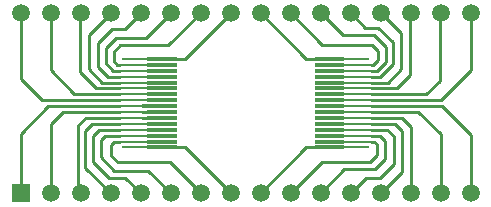
<source format=gbr>
G04 DipTrace 4.1.3.1*
G04 1 - Top.gbr*
%MOIN*%
G04 #@! TF.FileFunction,Copper,L1,Top*
G04 #@! TF.Part,Single*
G04 #@! TA.AperFunction,Conductor*
%ADD15C,0.007874*%
%ADD16C,0.011811*%
%ADD17C,0.011024*%
%ADD19R,0.062992X0.007874*%
G04 #@! TA.AperFunction,ComponentPad*
%ADD20R,0.059055X0.059055*%
%ADD21C,0.059055*%
%ADD22R,0.062992X0.011811*%
%FSLAX26Y26*%
G04*
G70*
G90*
G75*
G01*
G04 Top*
%LPD*%
X1627559Y620079D2*
D15*
X1544886D1*
D16*
X1505512D1*
X1544886D2*
D17*
X1448031D1*
X1295669Y467717D1*
X1627559Y639764D2*
D15*
X1544878D1*
D16*
X1505512D1*
X1627559D2*
D15*
X1664567D1*
D17*
X1675197D1*
X1683465Y631496D1*
Y594488D1*
X1659843Y570866D1*
X1498819D1*
X1395669Y467717D1*
X1627559Y659449D2*
D15*
X1544878D1*
D16*
X1505512D1*
X1627559D2*
D15*
X1664567D1*
D17*
X1694882D1*
X1711811Y642520D1*
Y582677D1*
X1676378Y547244D1*
X1575197D1*
X1495669Y467717D1*
X1627559Y679134D2*
D15*
X1544878D1*
D16*
X1505512D1*
X1627559D2*
D15*
X1664567D1*
D17*
X1717717D1*
X1740157Y656693D1*
Y566142D1*
X1692913Y518898D1*
X1646850D1*
X1595669Y467717D1*
X1627559Y698819D2*
D15*
X1544878D1*
D16*
X1505512D1*
X1627559D2*
D15*
X1664567D1*
D17*
X1742913D1*
X1766142Y675591D1*
Y538189D1*
X1695669Y467717D1*
X1627559Y718504D2*
D15*
X1544878D1*
D16*
X1505512D1*
X1627559D2*
D15*
X1664567D1*
D17*
X1766535D1*
X1795669Y689370D1*
Y467717D1*
X1627559Y738189D2*
D15*
X1544878D1*
D16*
X1505512D1*
X1627559D2*
D15*
X1664567D1*
D17*
X1820866D1*
X1895669Y663386D1*
Y467717D1*
X1627559Y757874D2*
D15*
X1544878D1*
D16*
X1505512D1*
X1627559D2*
D15*
X1664567D1*
D17*
X1898819D1*
X1995669Y661024D1*
Y467717D1*
X1627559Y777559D2*
D15*
X1544878D1*
D16*
X1505512D1*
X1627559D2*
D15*
X1664567D1*
D17*
X1898031D1*
X1998425Y877953D1*
Y1064961D1*
X1995669Y1067717D1*
X1627559Y797244D2*
D15*
X1544878D1*
D16*
X1505512D1*
X1627559D2*
D15*
X1664567D1*
D17*
X1848425D1*
X1894488Y843307D1*
Y1068898D1*
X1895669Y1067717D1*
X1627559Y816929D2*
D15*
X1544878D1*
D16*
X1505512D1*
X1627559D2*
D15*
X1664567D1*
D17*
X1749213D1*
X1795276Y862992D1*
Y1067323D1*
X1795669Y1067717D1*
X1627559Y836614D2*
D15*
X1544878D1*
D16*
X1505512D1*
X1627559D2*
D15*
X1664567D1*
D17*
X1719291D1*
X1762992Y880315D1*
Y1000394D1*
X1695669Y1067717D1*
X1627559Y856299D2*
D15*
X1544878D1*
D16*
X1505512D1*
X1627559D2*
D15*
X1664567D1*
D17*
X1694094D1*
X1736220Y898425D1*
Y970866D1*
X1687402Y1019685D1*
X1643701D1*
X1595669Y1067717D1*
X1627559Y875984D2*
D15*
X1544878D1*
D16*
X1505512D1*
X1627559D2*
D15*
X1664567D1*
D17*
X1682283D1*
X1712598Y906299D1*
Y953543D1*
X1672441Y993701D1*
X1569685D1*
X1495669Y1067717D1*
X1627559Y895669D2*
D15*
X1544878D1*
D16*
X1505512D1*
X1627559D2*
D15*
X1664567D1*
D17*
X1670472D1*
X1687402Y912598D1*
Y941732D1*
X1667717Y961417D1*
X1501969D1*
X1395669Y1067717D1*
X1627559Y915354D2*
D15*
X1544878D1*
D16*
X1505512D1*
D17*
X1448031D1*
X1295669Y1067717D1*
X863780Y620079D2*
D15*
X946453D1*
X985827D2*
D16*
X946453D1*
X985827D2*
D17*
X1043307D1*
X1195669Y467717D1*
X863780Y639764D2*
D15*
X946453D1*
X985827D2*
D16*
X946453D1*
X863780D2*
D15*
X826772D1*
D17*
X807480D1*
X797638Y629921D1*
Y592913D1*
X820472Y570079D1*
X993307D1*
X1095669Y467717D1*
X863780Y659449D2*
D15*
X946453D1*
X985827D2*
D16*
X946453D1*
X863780D2*
D15*
X826772D1*
D17*
X775984D1*
X762992Y646457D1*
Y587402D1*
X807874Y542520D1*
X920866D1*
X995669Y467717D1*
X863780Y679134D2*
D15*
X946453D1*
X985827D2*
D16*
X946453D1*
X863780D2*
D15*
X826772D1*
D17*
X757874D1*
X737008Y658268D1*
Y572441D1*
X789764Y519685D1*
X843701D1*
X895669Y467717D1*
X863780Y698819D2*
D15*
X946453D1*
X985827D2*
D16*
X946453D1*
X863780D2*
D15*
X826772D1*
D17*
X734252D1*
X711811Y676378D1*
Y551575D1*
X795669Y467717D1*
X863780Y718504D2*
D15*
X946453D1*
X985827D2*
D16*
X946453D1*
X863780D2*
D15*
X826772D1*
D17*
X712205D1*
X687402Y693701D1*
Y492126D1*
X696850Y482677D1*
Y467717D1*
X695669D1*
X863780Y718504D2*
D15*
X900787D1*
D17*
X946453D1*
X863780Y738189D2*
D15*
X946453D1*
X985827D2*
D16*
X946453D1*
X863780D2*
D15*
X826772D1*
D17*
X637402D1*
X596063Y696850D1*
Y468110D1*
X595669Y467717D1*
X946453Y738189D2*
X900787D1*
D15*
X863780D1*
Y757874D2*
X946453D1*
X985827D2*
D16*
X946453D1*
X905114D1*
D15*
X863780D1*
X826772D1*
D17*
X588583D1*
X495669Y664961D1*
Y467717D1*
X863780Y777559D2*
D15*
X946453D1*
X985827D2*
D16*
X946453D1*
X863780D2*
D15*
X826772D1*
D17*
X566535D1*
X495669Y848425D1*
Y1067717D1*
X863780Y797244D2*
D15*
X946453D1*
X985827D2*
D16*
X946453D1*
X863780D2*
D15*
X826772D1*
D17*
X675197D1*
X595669Y876772D1*
Y1067717D1*
X863780Y816929D2*
D15*
X946453D1*
X985827D2*
D16*
X946453D1*
X863780D2*
D15*
X826772D1*
D17*
X747638D1*
X693701Y870866D1*
Y1065748D1*
X695669Y1067717D1*
X863780Y836614D2*
D15*
X946453D1*
X985827D2*
D16*
X946453D1*
X863780D2*
D15*
X826772D1*
D17*
X767323D1*
X723622Y880315D1*
Y995669D1*
X795669Y1067717D1*
X863780Y856299D2*
D15*
X946453D1*
X985827D2*
D16*
X946453D1*
X863780D2*
D15*
X826772D1*
D17*
X786220D1*
X753543Y888976D1*
Y968504D1*
X801575Y1016535D1*
X844488D1*
X895669Y1067717D1*
X863780Y875984D2*
D15*
X946453D1*
X985827D2*
D16*
X946453D1*
X863780D2*
D15*
X826772D1*
D17*
X804331D1*
X779528Y900787D1*
Y951181D1*
X813386Y985039D1*
X912992D1*
X995669Y1067717D1*
X863780Y895669D2*
D15*
X946453D1*
X985827D2*
D16*
X946453D1*
X863780D2*
D15*
X826772D1*
D17*
X818504D1*
X805512Y908661D1*
Y937795D1*
X828346Y960630D1*
X988583D1*
X1095669Y1067717D1*
X863780Y915354D2*
D15*
X946453D1*
X985827D2*
D16*
X946453D1*
D17*
X1043307D1*
X1195669Y1067717D1*
D19*
X863780Y915354D3*
Y895669D3*
Y875984D3*
Y856299D3*
Y836614D3*
Y816929D3*
Y797244D3*
Y777559D3*
Y757874D3*
Y738189D3*
Y718504D3*
Y698819D3*
Y679134D3*
Y659449D3*
Y639764D3*
Y620079D3*
X1627559D3*
Y639764D3*
Y659449D3*
Y679134D3*
Y698819D3*
Y718504D3*
Y738189D3*
Y757874D3*
Y777559D3*
Y797244D3*
Y816929D3*
Y836614D3*
Y856299D3*
Y875984D3*
Y895669D3*
Y915354D3*
D20*
X495669Y467717D3*
D21*
X595669D3*
X695669D3*
X795669D3*
X895669D3*
X995669D3*
X1095669D3*
X1195669D3*
X1295669D3*
X1395669D3*
X1495669D3*
X1595669D3*
X1695669D3*
X1795669D3*
X1895669D3*
X1995669D3*
Y1067717D3*
X1895669D3*
X1795669D3*
X1695669D3*
X1595669D3*
X1495669D3*
X1395669D3*
X1295669D3*
X1195669D3*
X1095669D3*
X995669D3*
X895669D3*
X795669D3*
X695669D3*
X595669D3*
X495669D3*
D22*
X946453Y915354D3*
Y895669D3*
Y875984D3*
Y856299D3*
Y836614D3*
Y816929D3*
Y797244D3*
Y777559D3*
Y757874D3*
Y738189D3*
Y718504D3*
Y698819D3*
Y679134D3*
Y659449D3*
Y639764D3*
Y620079D3*
X1544886D3*
X1544878Y639764D3*
Y659449D3*
Y679134D3*
Y698819D3*
Y718504D3*
Y738189D3*
Y757874D3*
Y777559D3*
Y797244D3*
Y816929D3*
Y836614D3*
Y856299D3*
Y875984D3*
Y895669D3*
Y915354D3*
X985827D3*
Y895669D3*
Y875984D3*
Y856299D3*
Y836614D3*
Y816929D3*
Y797244D3*
Y777559D3*
Y757874D3*
Y738189D3*
Y718504D3*
Y698819D3*
Y679134D3*
Y659449D3*
Y639764D3*
Y620079D3*
X1505512D3*
Y639764D3*
Y659449D3*
Y679134D3*
Y698819D3*
Y718504D3*
Y738189D3*
Y757874D3*
Y777559D3*
Y797244D3*
Y816929D3*
Y836614D3*
Y856299D3*
Y875984D3*
Y895669D3*
Y915354D3*
M02*

</source>
